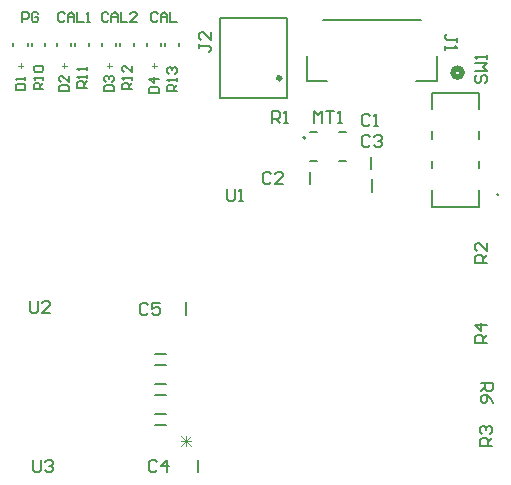
<source format=gto>
G04*
G04 #@! TF.GenerationSoftware,Altium Limited,Altium Designer,25.2.1 (25)*
G04*
G04 Layer_Color=65535*
%FSLAX44Y44*%
%MOMM*%
G71*
G04*
G04 #@! TF.SameCoordinates,3DF48369-53CF-4C9B-B775-AACAF03539EE*
G04*
G04*
G04 #@! TF.FilePolarity,Positive*
G04*
G01*
G75*
%ADD10C,0.1524*%
%ADD11C,0.2000*%
%ADD12C,0.4000*%
%ADD13C,0.5080*%
%ADD14C,0.1270*%
%ADD15C,0.1600*%
%ADD16C,0.1269*%
%ADD17C,0.0762*%
%ADD18C,0.2032*%
D10*
X676402Y501650D02*
G03*
X676402Y501650I-762J0D01*
G01*
X405765Y627281D02*
Y630019D01*
X394335Y627281D02*
Y630019D01*
X367665Y627281D02*
Y630019D01*
X356235Y627281D02*
Y630019D01*
X329565Y627281D02*
Y630019D01*
X318135Y627281D02*
Y630019D01*
X292735Y627281D02*
Y630019D01*
X281305Y627281D02*
Y630019D01*
X385826Y306324D02*
X394716D01*
X385826Y331724D02*
X394716D01*
X385826Y357124D02*
X394716D01*
X385826Y315976D02*
X394716D01*
X385826Y341376D02*
X394716D01*
X385826Y366776D02*
X394716D01*
X620268Y588010D02*
X659892D01*
X620268Y574046D02*
Y588010D01*
Y491490D02*
X659892D01*
Y505454D01*
Y524046D02*
Y530454D01*
Y549046D02*
Y555454D01*
Y574046D02*
Y588010D01*
X620268Y549046D02*
Y555454D01*
Y524046D02*
Y530454D01*
Y491490D02*
Y505454D01*
X606585Y598043D02*
X623951D01*
Y619274D01*
X513969Y598043D02*
X531335D01*
X513969D02*
Y619274D01*
X527490Y649097D02*
X610430D01*
D11*
X513130Y549790D02*
G03*
X513130Y549790I-1000J0D01*
G01*
X378714Y627650D02*
Y629650D01*
X390906Y627650D02*
Y629650D01*
X340614Y627650D02*
Y629650D01*
X352806Y627650D02*
Y629650D01*
X302514Y627650D02*
Y629650D01*
X314706Y627650D02*
Y629650D01*
X265684Y627650D02*
Y629650D01*
X277876Y627650D02*
Y629650D01*
X497030Y583720D02*
Y650720D01*
X440230D02*
X497030D01*
X440230Y583720D02*
Y650720D01*
Y583720D02*
X497030D01*
X411480Y399880D02*
Y410380D01*
X421640Y266530D02*
Y277030D01*
X568960Y504020D02*
Y514520D01*
X516730Y510370D02*
Y520870D01*
X568800Y523070D02*
Y533570D01*
D12*
X491630Y600220D02*
G03*
X491630Y600220I-1000J0D01*
G01*
D13*
X645541Y604813D02*
G03*
X645541Y604813I-3810J0D01*
G01*
D14*
X517130Y554790D02*
X522680D01*
X541580D02*
X547130D01*
Y554240D02*
Y554790D01*
Y529790D02*
Y530340D01*
X517130Y529790D02*
X522680D01*
X541580D02*
X547130D01*
X517130Y554240D02*
Y554790D01*
Y529790D02*
Y530340D01*
D15*
X387933Y654696D02*
X386599Y656029D01*
X383933D01*
X382600Y654696D01*
Y649363D01*
X383933Y648030D01*
X386599D01*
X387933Y649363D01*
X390599Y648030D02*
Y653363D01*
X393265Y656029D01*
X395931Y653363D01*
Y648030D01*
Y652029D01*
X390599D01*
X398597Y656029D02*
Y648030D01*
X403929D01*
X346022Y654696D02*
X344689Y656029D01*
X342023D01*
X340690Y654696D01*
Y649363D01*
X342023Y648030D01*
X344689D01*
X346022Y649363D01*
X348689Y648030D02*
Y653363D01*
X351355Y656029D01*
X354021Y653363D01*
Y648030D01*
Y652029D01*
X348689D01*
X356687Y656029D02*
Y648030D01*
X362019D01*
X370018D02*
X364685D01*
X370018Y653363D01*
Y654696D01*
X368685Y656029D01*
X366018D01*
X364685Y654696D01*
X309193D02*
X307859Y656029D01*
X305193D01*
X303860Y654696D01*
Y649363D01*
X305193Y648030D01*
X307859D01*
X309193Y649363D01*
X311859Y648030D02*
Y653363D01*
X314525Y656029D01*
X317191Y653363D01*
Y648030D01*
Y652029D01*
X311859D01*
X319857Y656029D02*
Y648030D01*
X325189D01*
X327855D02*
X330522D01*
X329188D01*
Y656029D01*
X327855Y654696D01*
X273380Y648030D02*
Y656029D01*
X277379D01*
X278713Y654696D01*
Y652029D01*
X277379Y650696D01*
X273380D01*
X286711Y654696D02*
X285378Y656029D01*
X282712D01*
X281379Y654696D01*
Y649363D01*
X282712Y648030D01*
X285378D01*
X286711Y649363D01*
Y652029D01*
X284045D01*
X404049Y589442D02*
X396051D01*
Y593441D01*
X397384Y594774D01*
X400050D01*
X401383Y593441D01*
Y589442D01*
Y592108D02*
X404049Y594774D01*
Y597440D02*
Y600107D01*
Y598773D01*
X396051D01*
X397384Y597440D01*
Y604106D02*
X396051Y605439D01*
Y608105D01*
X397384Y609438D01*
X398717D01*
X400050Y608105D01*
Y606772D01*
Y608105D01*
X401383Y609438D01*
X402716D01*
X404049Y608105D01*
Y605439D01*
X402716Y604106D01*
X365949Y590712D02*
X357951D01*
Y594711D01*
X359284Y596044D01*
X361950D01*
X363283Y594711D01*
Y590712D01*
Y593378D02*
X365949Y596044D01*
Y598710D02*
Y601376D01*
Y600043D01*
X357951D01*
X359284Y598710D01*
X365949Y610708D02*
Y605376D01*
X360617Y610708D01*
X359284D01*
X357951Y609375D01*
Y606709D01*
X359284Y605376D01*
X327849Y592045D02*
X319851D01*
Y596044D01*
X321184Y597377D01*
X323850D01*
X325183Y596044D01*
Y592045D01*
Y594711D02*
X327849Y597377D01*
Y600043D02*
Y602710D01*
Y601376D01*
X319851D01*
X321184Y600043D01*
X327849Y606709D02*
Y609375D01*
Y608042D01*
X319851D01*
X321184Y606709D01*
X291019Y590712D02*
X283021D01*
Y594711D01*
X284354Y596044D01*
X287020D01*
X288353Y594711D01*
Y590712D01*
Y593378D02*
X291019Y596044D01*
Y598710D02*
Y601376D01*
Y600043D01*
X283021D01*
X284354Y598710D01*
Y605376D02*
X283021Y606709D01*
Y609375D01*
X284354Y610708D01*
X289686D01*
X291019Y609375D01*
Y606709D01*
X289686Y605376D01*
X284354D01*
X380811Y587695D02*
X388809D01*
Y591694D01*
X387476Y593027D01*
X382144D01*
X380811Y591694D01*
Y587695D01*
X388809Y599692D02*
X380811D01*
X384810Y595693D01*
Y601025D01*
X342711Y588965D02*
X350709D01*
Y592964D01*
X349376Y594297D01*
X344044D01*
X342711Y592964D01*
Y588965D01*
X344044Y596963D02*
X342711Y598296D01*
Y600962D01*
X344044Y602295D01*
X345377D01*
X346710Y600962D01*
Y599629D01*
Y600962D01*
X348043Y602295D01*
X349376D01*
X350709Y600962D01*
Y598296D01*
X349376Y596963D01*
X304611Y588965D02*
X312609D01*
Y592964D01*
X311276Y594297D01*
X305944D01*
X304611Y592964D01*
Y588965D01*
X312609Y602295D02*
Y596963D01*
X307277Y602295D01*
X305944D01*
X304611Y600962D01*
Y598296D01*
X305944Y596963D01*
X267781Y590298D02*
X275779D01*
Y594297D01*
X274446Y595630D01*
X269114D01*
X267781Y594297D01*
Y590298D01*
X275779Y598296D02*
Y600962D01*
Y599629D01*
X267781D01*
X269114Y598296D01*
D16*
X384857Y612650D02*
Y608587D01*
X386888Y610619D02*
X382826D01*
X346757Y612650D02*
Y608587D01*
X348788Y610619D02*
X344726D01*
X308657Y612650D02*
Y608587D01*
X310688Y610619D02*
X306626D01*
X271827Y612650D02*
Y608587D01*
X273858Y610619D02*
X269796D01*
D17*
X407504Y288925D02*
X415968Y297389D01*
Y288925D02*
X407504Y297389D01*
X411736Y288925D02*
Y297389D01*
X415968Y293157D02*
X407504D01*
D18*
X658284Y603252D02*
X656592Y601559D01*
Y598173D01*
X658284Y596480D01*
X659977D01*
X661670Y598173D01*
Y601559D01*
X663363Y603252D01*
X665055D01*
X666748Y601559D01*
Y598173D01*
X665055Y596480D01*
X656592Y606637D02*
X666748D01*
X663363Y610023D01*
X666748Y613408D01*
X656592D01*
X666748Y616794D02*
Y620179D01*
Y618487D01*
X656592D01*
X658284Y616794D01*
X666748Y376346D02*
X656592D01*
Y381424D01*
X658284Y383117D01*
X661670D01*
X663363Y381424D01*
Y376346D01*
Y379732D02*
X666748Y383117D01*
Y391581D02*
X656592D01*
X661670Y386503D01*
Y393274D01*
X666748Y443656D02*
X656592D01*
Y448734D01*
X658284Y450427D01*
X661670D01*
X663363Y448734D01*
Y443656D01*
Y447042D02*
X666748Y450427D01*
Y460584D02*
Y453813D01*
X659977Y460584D01*
X658284D01*
X656592Y458891D01*
Y455506D01*
X658284Y453813D01*
X282366Y276858D02*
Y268394D01*
X284059Y266702D01*
X287444D01*
X289137Y268394D01*
Y276858D01*
X292523Y275166D02*
X294216Y276858D01*
X297601D01*
X299294Y275166D01*
Y273473D01*
X297601Y271780D01*
X295908D01*
X297601D01*
X299294Y270087D01*
Y268394D01*
X297601Y266702D01*
X294216D01*
X292523Y268394D01*
X279826Y411478D02*
Y403014D01*
X281519Y401322D01*
X284904D01*
X286597Y403014D01*
Y411478D01*
X296754Y401322D02*
X289983D01*
X296754Y408093D01*
Y409786D01*
X295061Y411478D01*
X291676D01*
X289983Y409786D01*
X446619Y506728D02*
Y498264D01*
X448312Y496572D01*
X451697D01*
X453390Y498264D01*
Y506728D01*
X456776Y496572D02*
X460161D01*
X458468D01*
Y506728D01*
X456776Y505036D01*
X661672Y342474D02*
X671828D01*
Y337396D01*
X670136Y335703D01*
X666750D01*
X665057Y337396D01*
Y342474D01*
Y339088D02*
X661672Y335703D01*
X671828Y325546D02*
X670136Y328932D01*
X666750Y332317D01*
X663364D01*
X661672Y330624D01*
Y327239D01*
X663364Y325546D01*
X665057D01*
X666750Y327239D01*
Y332317D01*
X670558Y288716D02*
X660402D01*
Y293794D01*
X662094Y295487D01*
X665480D01*
X667173Y293794D01*
Y288716D01*
Y292102D02*
X670558Y295487D01*
X662094Y298873D02*
X660402Y300566D01*
Y303951D01*
X662094Y305644D01*
X663787D01*
X665480Y303951D01*
Y302258D01*
Y303951D01*
X667173Y305644D01*
X668866D01*
X670558Y303951D01*
Y300566D01*
X668866Y298873D01*
X484719Y562612D02*
Y572768D01*
X489797D01*
X491490Y571076D01*
Y567690D01*
X489797Y565997D01*
X484719D01*
X488104D02*
X491490Y562612D01*
X494876D02*
X498261D01*
X496568D01*
Y572768D01*
X494876Y571076D01*
X520280Y562612D02*
Y572768D01*
X523666Y569383D01*
X527052Y572768D01*
Y562612D01*
X530437Y572768D02*
X537208D01*
X533823D01*
Y562612D01*
X540594D02*
X543979D01*
X542287D01*
Y572768D01*
X540594Y571076D01*
X641348Y631190D02*
Y634576D01*
Y632883D01*
X632884D01*
X631192Y634576D01*
Y636268D01*
X632884Y637961D01*
X631192Y627804D02*
Y624419D01*
Y626112D01*
X641348D01*
X639656Y627804D01*
X422912Y629497D02*
Y626112D01*
Y627804D01*
X431376D01*
X433068Y626112D01*
Y624419D01*
X431376Y622726D01*
X433068Y639654D02*
Y632883D01*
X426297Y639654D01*
X424604D01*
X422912Y637961D01*
Y634576D01*
X424604Y632883D01*
X379307Y408516D02*
X377614Y410208D01*
X374229D01*
X372536Y408516D01*
Y401744D01*
X374229Y400052D01*
X377614D01*
X379307Y401744D01*
X389464Y410208D02*
X382693D01*
Y405130D01*
X386078Y406823D01*
X387771D01*
X389464Y405130D01*
Y401744D01*
X387771Y400052D01*
X384386D01*
X382693Y401744D01*
X386927Y275166D02*
X385234Y276858D01*
X381849D01*
X380156Y275166D01*
Y268394D01*
X381849Y266702D01*
X385234D01*
X386927Y268394D01*
X395391Y266702D02*
Y276858D01*
X390313Y271780D01*
X397084D01*
X567267Y550756D02*
X565574Y552448D01*
X562189D01*
X560496Y550756D01*
Y543984D01*
X562189Y542292D01*
X565574D01*
X567267Y543984D01*
X570653Y550756D02*
X572346Y552448D01*
X575731D01*
X577424Y550756D01*
Y549063D01*
X575731Y547370D01*
X574038D01*
X575731D01*
X577424Y545677D01*
Y543984D01*
X575731Y542292D01*
X572346D01*
X570653Y543984D01*
X483447Y519006D02*
X481754Y520698D01*
X478369D01*
X476676Y519006D01*
Y512234D01*
X478369Y510542D01*
X481754D01*
X483447Y512234D01*
X493604Y510542D02*
X486833D01*
X493604Y517313D01*
Y519006D01*
X491911Y520698D01*
X488526D01*
X486833Y519006D01*
X567690Y568536D02*
X565997Y570228D01*
X562612D01*
X560919Y568536D01*
Y561764D01*
X562612Y560072D01*
X565997D01*
X567690Y561764D01*
X571076Y560072D02*
X574461D01*
X572768D01*
Y570228D01*
X571076Y568536D01*
M02*

</source>
